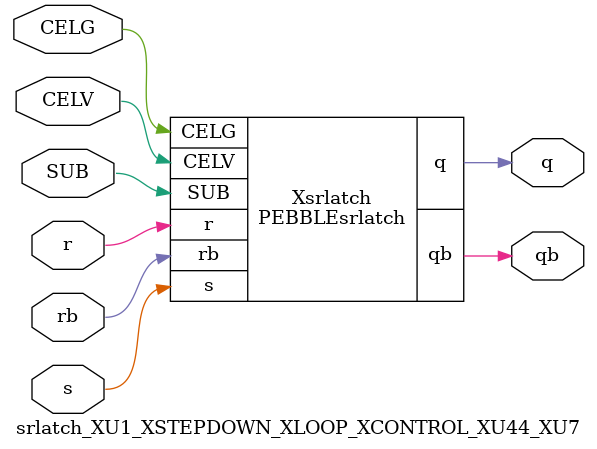
<source format=v>



module PEBBLEsrlatch ( q, qb, CELG, CELV, SUB, r, rb, s );

  input CELV;
  input s;
  output q;
  input rb;
  input r;
  input SUB;
  input CELG;
  output qb;
endmodule

//Celera Confidential Do Not Copy srlatch_XU1_XSTEPDOWN_XLOOP_XCONTROL_XU44_XU7
//Celera Confidential Symbol Generator
//SR Latch
module srlatch_XU1_XSTEPDOWN_XLOOP_XCONTROL_XU44_XU7 (CELV,CELG,s,r,rb,q,qb,SUB);
input CELV;
input CELG;
input s;
input r;
input rb;
input SUB;
output q;
output qb;

//Celera Confidential Do Not Copy srlatch
PEBBLEsrlatch Xsrlatch(
.CELV (CELV),
.r (r),
.s (s),
.q (q),
.qb (qb),
.rb (rb),
.SUB (SUB),
.CELG (CELG)
);
//,diesize,PEBBLEsrlatch

//Celera Confidential Do Not Copy Module End
//Celera Schematic Generator
endmodule

</source>
